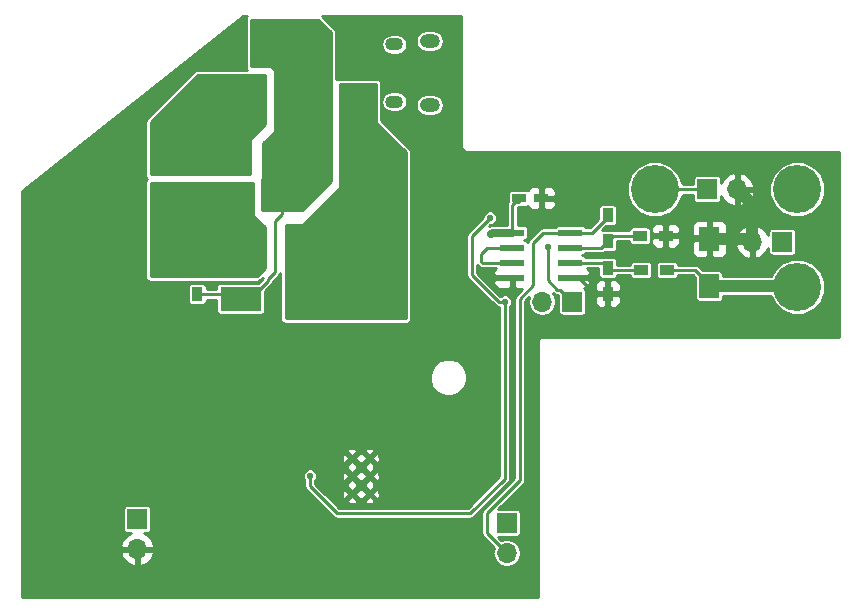
<source format=gbr>
G04 #@! TF.FileFunction,Copper,L2,Bot,Signal*
%FSLAX46Y46*%
G04 Gerber Fmt 4.6, Leading zero omitted, Abs format (unit mm)*
G04 Created by KiCad (PCBNEW 4.0.7) date 02/27/19 21:10:27*
%MOMM*%
%LPD*%
G01*
G04 APERTURE LIST*
%ADD10C,0.100000*%
%ADD11R,3.500000X3.500000*%
%ADD12R,2.000000X1.600000*%
%ADD13R,1.200000X0.750000*%
%ADD14R,3.360000X4.860000*%
%ADD15R,1.390000X1.400000*%
%ADD16O,1.500000X1.100000*%
%ADD17O,1.700000X1.200000*%
%ADD18R,1.700000X1.700000*%
%ADD19O,1.700000X1.700000*%
%ADD20C,4.064000*%
%ADD21R,3.500000X2.000000*%
%ADD22R,7.000000X7.000000*%
%ADD23R,0.900000X1.200000*%
%ADD24R,1.700000X2.000000*%
%ADD25R,1.200000X0.900000*%
%ADD26R,2.000000X0.600000*%
%ADD27C,0.430000*%
%ADD28C,0.558800*%
%ADD29C,0.254000*%
%ADD30C,0.304800*%
%ADD31C,1.016000*%
%ADD32C,0.635000*%
G04 APERTURE END LIST*
D10*
D11*
X68765000Y-57455000D03*
X74765000Y-57455000D03*
X71765000Y-52755000D03*
D12*
X79305000Y-62535000D03*
X75305000Y-62535000D03*
X68320000Y-62535000D03*
X72320000Y-62535000D03*
X68415000Y-65710000D03*
X72415000Y-65710000D03*
D13*
X92482048Y-65842709D03*
X94382048Y-65842709D03*
D14*
X63685000Y-66980000D03*
D15*
X62700000Y-62998000D03*
X64670000Y-62998000D03*
D16*
X81925000Y-57660000D03*
X81925000Y-52820000D03*
D17*
X84925000Y-57970000D03*
X84925000Y-52510000D03*
D18*
X60160000Y-93015000D03*
D19*
X60160000Y-95555000D03*
D18*
X114770000Y-69520000D03*
D19*
X112230000Y-69520000D03*
D18*
X108420000Y-65075000D03*
D19*
X110960000Y-65075000D03*
D18*
X96990000Y-74600000D03*
D19*
X94450000Y-74600000D03*
D20*
X116040000Y-65075000D03*
X116040000Y-73330000D03*
X103975000Y-65075000D03*
D21*
X68920000Y-74360000D03*
X68920000Y-69780000D03*
D22*
X76320000Y-72060000D03*
D23*
X65240000Y-71765000D03*
X65240000Y-73965000D03*
D24*
X108606048Y-73285096D03*
X108606048Y-69285096D03*
D25*
X102807048Y-71920096D03*
X105007048Y-71920096D03*
D23*
X100000249Y-71727709D03*
X100000249Y-73927709D03*
D25*
X102710249Y-69017709D03*
X104910249Y-69017709D03*
D23*
X100000249Y-67282709D03*
X100000249Y-69482709D03*
D26*
X96832048Y-68745096D03*
X96832048Y-70015096D03*
X96832048Y-72555096D03*
X91932048Y-72555096D03*
X91932048Y-71285096D03*
X91932048Y-70015096D03*
X91932048Y-68745096D03*
X96832048Y-71285096D03*
D27*
X78329775Y-89357335D03*
X79829775Y-89357335D03*
X78329775Y-90857335D03*
X79829775Y-90857335D03*
X78329775Y-87857335D03*
X79829775Y-87857335D03*
D18*
X91440000Y-93345000D03*
D19*
X91440000Y-95885000D03*
D28*
X79464000Y-60122000D03*
X77940000Y-60122000D03*
X77940000Y-59106000D03*
X79464000Y-59106000D03*
X79464000Y-57836000D03*
X77940000Y-57836000D03*
X77940000Y-56566000D03*
X79464000Y-56566000D03*
X66256000Y-68758000D03*
X66256000Y-67234000D03*
X66256000Y-66218000D03*
X66256000Y-65202000D03*
X75654000Y-92888000D03*
X52540000Y-94158000D03*
X52540000Y-90856000D03*
X52286000Y-87300000D03*
X51778000Y-82220000D03*
X51778000Y-78410000D03*
X53556000Y-83998000D03*
X53556000Y-80188000D03*
X53556000Y-76632000D03*
X52032000Y-74600000D03*
X52032000Y-73076000D03*
X85306000Y-62662000D03*
X90132000Y-72568000D03*
X89116000Y-76378000D03*
X89116000Y-75362000D03*
X85814000Y-75362000D03*
X89370000Y-90348000D03*
X88100000Y-90348000D03*
X86830000Y-90348000D03*
X85560000Y-90348000D03*
X83782000Y-88316000D03*
X75908000Y-95682000D03*
X87846000Y-94158000D03*
X72860000Y-92380000D03*
X71844000Y-91872000D03*
X69812000Y-92380000D03*
X68542000Y-92380000D03*
X67272000Y-92380000D03*
X66002000Y-92380000D03*
X64224000Y-92380000D03*
X90132000Y-68885000D03*
X94919473Y-69979668D03*
X90005000Y-67488000D03*
X91275000Y-74600000D03*
X74765000Y-89332000D03*
D29*
X68920000Y-74360000D02*
X69670000Y-74360000D01*
X69670000Y-74360000D02*
X71208000Y-72822000D01*
X72415000Y-67171000D02*
X72415000Y-65710000D01*
X71208000Y-72822000D02*
X71208000Y-72696000D01*
X71208000Y-72696000D02*
X71844000Y-72060000D01*
X71844000Y-67742000D02*
X72415000Y-67171000D01*
X71844000Y-72060000D02*
X71844000Y-67742000D01*
X65240000Y-73965000D02*
X68525000Y-73965000D01*
X68525000Y-73965000D02*
X68920000Y-74360000D01*
D30*
X77940000Y-60122000D02*
X79464000Y-60122000D01*
X79464000Y-59106000D02*
X77940000Y-59106000D01*
X77940000Y-57836000D02*
X79464000Y-57836000D01*
X79464000Y-56566000D02*
X77940000Y-56566000D01*
X66256000Y-67234000D02*
X66256000Y-68758000D01*
X66256000Y-65202000D02*
X66256000Y-66218000D01*
D31*
X112230000Y-69520000D02*
X112230000Y-66345000D01*
X112230000Y-66345000D02*
X110960000Y-65075000D01*
X108606048Y-69285096D02*
X111995096Y-69285096D01*
X111995096Y-69285096D02*
X112230000Y-69520000D01*
D29*
X94382048Y-65842709D02*
X95841291Y-65842709D01*
X95841291Y-65842709D02*
X95974000Y-65710000D01*
X99419958Y-75362000D02*
X99276000Y-75362000D01*
X100000249Y-73927709D02*
X100000249Y-74781709D01*
X100000249Y-74781709D02*
X99419958Y-75362000D01*
X90665144Y-72568000D02*
X90132000Y-72568000D01*
X91932048Y-72555096D02*
X90678048Y-72555096D01*
X90678048Y-72555096D02*
X90665144Y-72568000D01*
X104910249Y-69017709D02*
X108338661Y-69017709D01*
X108338661Y-69017709D02*
X108606048Y-69285096D01*
X100000249Y-73927709D02*
X98904661Y-73927709D01*
X98904661Y-73927709D02*
X97532048Y-72555096D01*
X97532048Y-72555096D02*
X96832048Y-72555096D01*
D32*
X91932048Y-68745096D02*
X90271904Y-68745096D01*
X90271904Y-68745096D02*
X90132000Y-68885000D01*
X92360757Y-65964000D02*
X92482048Y-65842709D01*
D29*
X91932048Y-68745096D02*
X91932048Y-66392709D01*
X91932048Y-66392709D02*
X92482048Y-65842709D01*
X108420000Y-65075000D02*
X103975000Y-65075000D01*
X94919473Y-69979668D02*
X94919473Y-72783473D01*
X94919473Y-72783473D02*
X95720000Y-73584000D01*
X95720000Y-73584000D02*
X95974000Y-73584000D01*
X95974000Y-73584000D02*
X96990000Y-74600000D01*
X91275000Y-74600000D02*
X90755714Y-74600000D01*
X90755714Y-74600000D02*
X88481000Y-72325286D01*
X88481000Y-72325286D02*
X88481000Y-69012000D01*
X88481000Y-69012000D02*
X90005000Y-67488000D01*
X91275000Y-89586000D02*
X91275000Y-74600000D01*
X88354000Y-92507000D02*
X91275000Y-89586000D01*
X77051000Y-92507000D02*
X88354000Y-92507000D01*
X74765000Y-90221000D02*
X77051000Y-92507000D01*
X74765000Y-89332000D02*
X74765000Y-90221000D01*
D31*
X108606048Y-73285096D02*
X115995096Y-73285096D01*
X115995096Y-73285096D02*
X116040000Y-73330000D01*
D29*
X105007048Y-71920096D02*
X107391048Y-71920096D01*
X107391048Y-71920096D02*
X108606048Y-73135096D01*
X108606048Y-73135096D02*
X108606048Y-73285096D01*
X102807048Y-71920096D02*
X100192636Y-71920096D01*
X100192636Y-71920096D02*
X100000249Y-71727709D01*
X96832048Y-71285096D02*
X99557636Y-71285096D01*
X99557636Y-71285096D02*
X100000249Y-71727709D01*
X102710249Y-69017709D02*
X100465249Y-69017709D01*
X100465249Y-69017709D02*
X100000249Y-69482709D01*
X96832048Y-70015096D02*
X99467862Y-70015096D01*
X99467862Y-70015096D02*
X100000249Y-69482709D01*
X89243000Y-71171000D02*
X89357096Y-71285096D01*
X89357096Y-71285096D02*
X91932048Y-71285096D01*
X89243000Y-70536000D02*
X89243000Y-71171000D01*
X89763904Y-70015096D02*
X89243000Y-70536000D01*
X91932048Y-70015096D02*
X89763904Y-70015096D01*
X93688000Y-73203000D02*
X93688000Y-69597621D01*
X93688000Y-69597621D02*
X94540525Y-68745096D01*
X94540525Y-68745096D02*
X95578048Y-68745096D01*
X95578048Y-68745096D02*
X96832048Y-68745096D01*
X92545000Y-74346000D02*
X93688000Y-73203000D01*
X92545000Y-89713000D02*
X92545000Y-74346000D01*
X89751000Y-92507000D02*
X92545000Y-89713000D01*
X89751000Y-94196000D02*
X89751000Y-92507000D01*
X91440000Y-95885000D02*
X89751000Y-94196000D01*
X96832048Y-68745096D02*
X98687862Y-68745096D01*
X98687862Y-68745096D02*
X100000249Y-67432709D01*
X100000249Y-67432709D02*
X100000249Y-67282709D01*
G36*
X70955000Y-59561394D02*
X69722197Y-60794197D01*
X69694334Y-60836211D01*
X69685000Y-60884000D01*
X69685000Y-63805000D01*
X61303000Y-63805000D01*
X61303000Y-59412606D01*
X65292606Y-55423000D01*
X70955000Y-55423000D01*
X70955000Y-59561394D01*
X70955000Y-59561394D01*
G37*
X70955000Y-59561394D02*
X69722197Y-60794197D01*
X69694334Y-60836211D01*
X69685000Y-60884000D01*
X69685000Y-63805000D01*
X61303000Y-63805000D01*
X61303000Y-59412606D01*
X65292606Y-55423000D01*
X70955000Y-55423000D01*
X70955000Y-59561394D01*
G36*
X69939000Y-67234000D02*
X69949006Y-67283410D01*
X69976197Y-67323803D01*
X70955000Y-68302606D01*
X70955000Y-71753394D01*
X70267394Y-72441000D01*
X61303000Y-72441000D01*
X61303000Y-64567000D01*
X69939000Y-64567000D01*
X69939000Y-67234000D01*
X69939000Y-67234000D01*
G37*
X69939000Y-67234000D02*
X69949006Y-67283410D01*
X69976197Y-67323803D01*
X70955000Y-68302606D01*
X70955000Y-71753394D01*
X70267394Y-72441000D01*
X61303000Y-72441000D01*
X61303000Y-64567000D01*
X69939000Y-64567000D01*
X69939000Y-67234000D01*
G36*
X80353000Y-59360000D02*
X80363006Y-59409410D01*
X80390197Y-59449803D01*
X82893000Y-61952606D01*
X82893000Y-75997000D01*
X72733000Y-75997000D01*
X72733000Y-68123000D01*
X74130000Y-68123000D01*
X74179410Y-68112994D01*
X74219803Y-68085803D01*
X77267803Y-65037803D01*
X77295666Y-64995789D01*
X77305000Y-64948000D01*
X77305000Y-56185000D01*
X80353000Y-56185000D01*
X80353000Y-59360000D01*
X80353000Y-59360000D01*
G37*
X80353000Y-59360000D02*
X80363006Y-59409410D01*
X80390197Y-59449803D01*
X82893000Y-61952606D01*
X82893000Y-75997000D01*
X72733000Y-75997000D01*
X72733000Y-68123000D01*
X74130000Y-68123000D01*
X74179410Y-68112994D01*
X74219803Y-68085803D01*
X77267803Y-65037803D01*
X77295666Y-64995789D01*
X77305000Y-64948000D01*
X77305000Y-56185000D01*
X80353000Y-56185000D01*
X80353000Y-59360000D01*
G36*
X69380815Y-50468534D02*
X69354800Y-50597000D01*
X69354800Y-54788000D01*
X69377382Y-54908014D01*
X69414566Y-54965800D01*
X65240000Y-54965800D01*
X65115748Y-54990069D01*
X65006513Y-55062513D01*
X60942513Y-59126513D01*
X60871815Y-59231534D01*
X60845800Y-59360000D01*
X60845800Y-63932000D01*
X60868382Y-64052014D01*
X60939310Y-64162239D01*
X60973395Y-64185528D01*
X60945761Y-64203310D01*
X60871815Y-64311534D01*
X60845800Y-64440000D01*
X60845800Y-72568000D01*
X60868382Y-72688014D01*
X60939310Y-72798239D01*
X61047534Y-72872185D01*
X61176000Y-72898200D01*
X70320000Y-72898200D01*
X70444252Y-72873931D01*
X70553487Y-72801487D01*
X70773600Y-72581374D01*
X70766537Y-72616884D01*
X70360090Y-73023331D01*
X67170000Y-73023331D01*
X67047635Y-73046356D01*
X66935251Y-73118673D01*
X66859856Y-73229017D01*
X66833331Y-73360000D01*
X66833331Y-73507800D01*
X66026669Y-73507800D01*
X66026669Y-73365000D01*
X66003644Y-73242635D01*
X65931327Y-73130251D01*
X65820983Y-73054856D01*
X65690000Y-73028331D01*
X64790000Y-73028331D01*
X64667635Y-73051356D01*
X64555251Y-73123673D01*
X64479856Y-73234017D01*
X64453331Y-73365000D01*
X64453331Y-74565000D01*
X64476356Y-74687365D01*
X64548673Y-74799749D01*
X64659017Y-74875144D01*
X64790000Y-74901669D01*
X65690000Y-74901669D01*
X65812365Y-74878644D01*
X65924749Y-74806327D01*
X66000144Y-74695983D01*
X66026669Y-74565000D01*
X66026669Y-74422200D01*
X66833331Y-74422200D01*
X66833331Y-75360000D01*
X66856356Y-75482365D01*
X66928673Y-75594749D01*
X67039017Y-75670144D01*
X67170000Y-75696669D01*
X70670000Y-75696669D01*
X70792365Y-75673644D01*
X70904749Y-75601327D01*
X70980144Y-75490983D01*
X71006669Y-75360000D01*
X71006669Y-73669910D01*
X71531289Y-73145290D01*
X71630398Y-72996963D01*
X71638061Y-72958436D01*
X71649463Y-72901115D01*
X72167289Y-72383289D01*
X72266398Y-72234963D01*
X72275800Y-72187696D01*
X72275800Y-76124000D01*
X72298382Y-76244014D01*
X72369310Y-76354239D01*
X72477534Y-76428185D01*
X72606000Y-76454200D01*
X83020000Y-76454200D01*
X83140014Y-76431618D01*
X83250239Y-76360690D01*
X83324185Y-76252466D01*
X83350200Y-76124000D01*
X83350200Y-61900000D01*
X83325931Y-61775748D01*
X83253487Y-61666513D01*
X80810200Y-59223226D01*
X80810200Y-57660000D01*
X80823638Y-57660000D01*
X80890639Y-57996838D01*
X81081443Y-58282395D01*
X81367000Y-58473199D01*
X81703838Y-58540200D01*
X82146162Y-58540200D01*
X82483000Y-58473199D01*
X82768557Y-58282395D01*
X82959361Y-57996838D01*
X82964699Y-57970000D01*
X83721679Y-57970000D01*
X83792486Y-58325972D01*
X83994128Y-58627751D01*
X84295907Y-58829393D01*
X84651879Y-58900200D01*
X85198121Y-58900200D01*
X85554093Y-58829393D01*
X85855872Y-58627751D01*
X86057514Y-58325972D01*
X86128321Y-57970000D01*
X86057514Y-57614028D01*
X85855872Y-57312249D01*
X85554093Y-57110607D01*
X85198121Y-57039800D01*
X84651879Y-57039800D01*
X84295907Y-57110607D01*
X83994128Y-57312249D01*
X83792486Y-57614028D01*
X83721679Y-57970000D01*
X82964699Y-57970000D01*
X83026362Y-57660000D01*
X82959361Y-57323162D01*
X82768557Y-57037605D01*
X82483000Y-56846801D01*
X82146162Y-56779800D01*
X81703838Y-56779800D01*
X81367000Y-56846801D01*
X81081443Y-57037605D01*
X80890639Y-57323162D01*
X80823638Y-57660000D01*
X80810200Y-57660000D01*
X80810200Y-56058000D01*
X80787618Y-55937986D01*
X80716690Y-55827761D01*
X80608466Y-55753815D01*
X80480000Y-55727800D01*
X77178000Y-55727800D01*
X77057986Y-55750382D01*
X77000200Y-55787566D01*
X77000200Y-52820000D01*
X80823638Y-52820000D01*
X80890639Y-53156838D01*
X81081443Y-53442395D01*
X81367000Y-53633199D01*
X81703838Y-53700200D01*
X82146162Y-53700200D01*
X82483000Y-53633199D01*
X82768557Y-53442395D01*
X82959361Y-53156838D01*
X83026362Y-52820000D01*
X82964700Y-52510000D01*
X83721679Y-52510000D01*
X83792486Y-52865972D01*
X83994128Y-53167751D01*
X84295907Y-53369393D01*
X84651879Y-53440200D01*
X85198121Y-53440200D01*
X85554093Y-53369393D01*
X85855872Y-53167751D01*
X86057514Y-52865972D01*
X86128321Y-52510000D01*
X86057514Y-52154028D01*
X85855872Y-51852249D01*
X85554093Y-51650607D01*
X85198121Y-51579800D01*
X84651879Y-51579800D01*
X84295907Y-51650607D01*
X83994128Y-51852249D01*
X83792486Y-52154028D01*
X83721679Y-52510000D01*
X82964700Y-52510000D01*
X82959361Y-52483162D01*
X82768557Y-52197605D01*
X82483000Y-52006801D01*
X82146162Y-51939800D01*
X81703838Y-51939800D01*
X81367000Y-52006801D01*
X81081443Y-52197605D01*
X80890639Y-52483162D01*
X80823638Y-52820000D01*
X77000200Y-52820000D01*
X77000200Y-51740000D01*
X76975931Y-51615748D01*
X76903487Y-51506513D01*
X75802174Y-50405200D01*
X87594800Y-50405200D01*
X87594800Y-61500000D01*
X87625644Y-61655063D01*
X87713480Y-61786520D01*
X87844937Y-61874356D01*
X88000000Y-61905200D01*
X119594800Y-61905200D01*
X119594800Y-77594800D01*
X94500000Y-77594800D01*
X94344937Y-77625644D01*
X94213480Y-77713480D01*
X94125644Y-77844937D01*
X94094800Y-78000000D01*
X94094800Y-99594800D01*
X50405200Y-99594800D01*
X50405200Y-95911890D01*
X58718524Y-95911890D01*
X58888355Y-96321924D01*
X59278642Y-96750183D01*
X59803108Y-96996486D01*
X60033000Y-96875819D01*
X60033000Y-95682000D01*
X60287000Y-95682000D01*
X60287000Y-96875819D01*
X60516892Y-96996486D01*
X61041358Y-96750183D01*
X61431645Y-96321924D01*
X61601476Y-95911890D01*
X61480155Y-95682000D01*
X60287000Y-95682000D01*
X60033000Y-95682000D01*
X58839845Y-95682000D01*
X58718524Y-95911890D01*
X50405200Y-95911890D01*
X50405200Y-95198110D01*
X58718524Y-95198110D01*
X58839845Y-95428000D01*
X60033000Y-95428000D01*
X60033000Y-95408000D01*
X60287000Y-95408000D01*
X60287000Y-95428000D01*
X61480155Y-95428000D01*
X61601476Y-95198110D01*
X61431645Y-94788076D01*
X61041358Y-94359817D01*
X60704605Y-94201669D01*
X61010000Y-94201669D01*
X61132365Y-94178644D01*
X61244749Y-94106327D01*
X61320144Y-93995983D01*
X61346669Y-93865000D01*
X61346669Y-92165000D01*
X61323644Y-92042635D01*
X61251327Y-91930251D01*
X61140983Y-91854856D01*
X61010000Y-91828331D01*
X59310000Y-91828331D01*
X59187635Y-91851356D01*
X59075251Y-91923673D01*
X58999856Y-92034017D01*
X58973331Y-92165000D01*
X58973331Y-93865000D01*
X58996356Y-93987365D01*
X59068673Y-94099749D01*
X59179017Y-94175144D01*
X59310000Y-94201669D01*
X59615395Y-94201669D01*
X59278642Y-94359817D01*
X58888355Y-94788076D01*
X58718524Y-95198110D01*
X50405200Y-95198110D01*
X50405200Y-89452725D01*
X74155294Y-89452725D01*
X74247905Y-89676860D01*
X74307800Y-89736860D01*
X74307800Y-90221000D01*
X74342602Y-90395963D01*
X74441711Y-90544289D01*
X76727711Y-92830289D01*
X76876037Y-92929398D01*
X77051000Y-92964200D01*
X88354000Y-92964200D01*
X88528963Y-92929398D01*
X88677289Y-92830289D01*
X91598289Y-89909289D01*
X91697398Y-89760963D01*
X91732200Y-89586000D01*
X91732200Y-75004951D01*
X91791493Y-74945762D01*
X91884494Y-74721789D01*
X91884706Y-74479275D01*
X91792095Y-74255140D01*
X91620762Y-74083507D01*
X91396789Y-73990506D01*
X91154275Y-73990294D01*
X90930140Y-74082905D01*
X90907649Y-74105357D01*
X89643138Y-72840846D01*
X90297048Y-72840846D01*
X90297048Y-72981405D01*
X90393721Y-73214794D01*
X90572349Y-73393423D01*
X90805738Y-73490096D01*
X91646298Y-73490096D01*
X91805048Y-73331346D01*
X91805048Y-72682096D01*
X90455798Y-72682096D01*
X90297048Y-72840846D01*
X89643138Y-72840846D01*
X88938200Y-72135908D01*
X88938200Y-71512778D01*
X89033807Y-71608385D01*
X89182133Y-71707494D01*
X89357096Y-71742296D01*
X90546822Y-71742296D01*
X90393721Y-71895398D01*
X90297048Y-72128787D01*
X90297048Y-72269346D01*
X90455798Y-72428096D01*
X91805048Y-72428096D01*
X91805048Y-72408096D01*
X92059048Y-72408096D01*
X92059048Y-72428096D01*
X92079048Y-72428096D01*
X92079048Y-72682096D01*
X92059048Y-72682096D01*
X92059048Y-73331346D01*
X92217798Y-73490096D01*
X92754326Y-73490096D01*
X92221711Y-74022711D01*
X92122602Y-74171037D01*
X92087800Y-74346000D01*
X92087800Y-89523622D01*
X89427711Y-92183711D01*
X89328602Y-92332037D01*
X89293800Y-92507000D01*
X89293800Y-94196000D01*
X89328602Y-94370963D01*
X89427711Y-94519289D01*
X90332630Y-95424208D01*
X90326516Y-95433357D01*
X90236679Y-95885000D01*
X90326516Y-96336643D01*
X90582352Y-96719527D01*
X90965236Y-96975363D01*
X91416879Y-97065200D01*
X91463121Y-97065200D01*
X91914764Y-96975363D01*
X92297648Y-96719527D01*
X92553484Y-96336643D01*
X92643321Y-95885000D01*
X92553484Y-95433357D01*
X92297648Y-95050473D01*
X91914764Y-94794637D01*
X91463121Y-94704800D01*
X91416879Y-94704800D01*
X90991075Y-94789497D01*
X90733247Y-94531669D01*
X92290000Y-94531669D01*
X92412365Y-94508644D01*
X92524749Y-94436327D01*
X92600144Y-94325983D01*
X92626669Y-94195000D01*
X92626669Y-92495000D01*
X92603644Y-92372635D01*
X92531327Y-92260251D01*
X92420983Y-92184856D01*
X92290000Y-92158331D01*
X90746247Y-92158331D01*
X92868289Y-90036289D01*
X92967398Y-89887963D01*
X93002200Y-89713000D01*
X93002200Y-74535378D01*
X93346550Y-74191028D01*
X93269800Y-74576879D01*
X93269800Y-74623121D01*
X93359637Y-75074764D01*
X93615473Y-75457648D01*
X93998357Y-75713484D01*
X94450000Y-75803321D01*
X94901643Y-75713484D01*
X95284527Y-75457648D01*
X95540363Y-75074764D01*
X95630200Y-74623121D01*
X95630200Y-74576879D01*
X95540363Y-74125236D01*
X95390755Y-73901333D01*
X95396711Y-73907289D01*
X95545037Y-74006398D01*
X95720000Y-74041200D01*
X95784622Y-74041200D01*
X95803331Y-74059909D01*
X95803331Y-75450000D01*
X95826356Y-75572365D01*
X95898673Y-75684749D01*
X96009017Y-75760144D01*
X96140000Y-75786669D01*
X97840000Y-75786669D01*
X97962365Y-75763644D01*
X98074749Y-75691327D01*
X98150144Y-75580983D01*
X98176669Y-75450000D01*
X98176669Y-74213459D01*
X98915249Y-74213459D01*
X98915249Y-74654018D01*
X99011922Y-74887407D01*
X99190550Y-75066036D01*
X99423939Y-75162709D01*
X99714499Y-75162709D01*
X99873249Y-75003959D01*
X99873249Y-74054709D01*
X100127249Y-74054709D01*
X100127249Y-75003959D01*
X100285999Y-75162709D01*
X100576559Y-75162709D01*
X100809948Y-75066036D01*
X100988576Y-74887407D01*
X101085249Y-74654018D01*
X101085249Y-74213459D01*
X100926499Y-74054709D01*
X100127249Y-74054709D01*
X99873249Y-74054709D01*
X99073999Y-74054709D01*
X98915249Y-74213459D01*
X98176669Y-74213459D01*
X98176669Y-73750000D01*
X98153644Y-73627635D01*
X98081327Y-73515251D01*
X98011995Y-73467879D01*
X98191747Y-73393423D01*
X98370375Y-73214794D01*
X98375922Y-73201400D01*
X98915249Y-73201400D01*
X98915249Y-73641959D01*
X99073999Y-73800709D01*
X99873249Y-73800709D01*
X99873249Y-72851459D01*
X100127249Y-72851459D01*
X100127249Y-73800709D01*
X100926499Y-73800709D01*
X101085249Y-73641959D01*
X101085249Y-73201400D01*
X100988576Y-72968011D01*
X100809948Y-72789382D01*
X100576559Y-72692709D01*
X100285999Y-72692709D01*
X100127249Y-72851459D01*
X99873249Y-72851459D01*
X99714499Y-72692709D01*
X99423939Y-72692709D01*
X99190550Y-72789382D01*
X99011922Y-72968011D01*
X98915249Y-73201400D01*
X98375922Y-73201400D01*
X98467048Y-72981405D01*
X98467048Y-72840846D01*
X98308298Y-72682096D01*
X96959048Y-72682096D01*
X96959048Y-72702096D01*
X96705048Y-72702096D01*
X96705048Y-72682096D01*
X96685048Y-72682096D01*
X96685048Y-72428096D01*
X96705048Y-72428096D01*
X96705048Y-72408096D01*
X96959048Y-72408096D01*
X96959048Y-72428096D01*
X98308298Y-72428096D01*
X98467048Y-72269346D01*
X98467048Y-72128787D01*
X98370375Y-71895398D01*
X98217274Y-71742296D01*
X99213580Y-71742296D01*
X99213580Y-72327709D01*
X99236605Y-72450074D01*
X99308922Y-72562458D01*
X99419266Y-72637853D01*
X99550249Y-72664378D01*
X100450249Y-72664378D01*
X100572614Y-72641353D01*
X100684998Y-72569036D01*
X100760393Y-72458692D01*
X100776876Y-72377296D01*
X101871734Y-72377296D01*
X101893404Y-72492461D01*
X101965721Y-72604845D01*
X102076065Y-72680240D01*
X102207048Y-72706765D01*
X103407048Y-72706765D01*
X103529413Y-72683740D01*
X103641797Y-72611423D01*
X103717192Y-72501079D01*
X103743717Y-72370096D01*
X103743717Y-71470096D01*
X104070379Y-71470096D01*
X104070379Y-72370096D01*
X104093404Y-72492461D01*
X104165721Y-72604845D01*
X104276065Y-72680240D01*
X104407048Y-72706765D01*
X105607048Y-72706765D01*
X105729413Y-72683740D01*
X105841797Y-72611423D01*
X105917192Y-72501079D01*
X105942259Y-72377296D01*
X107201670Y-72377296D01*
X107419379Y-72595005D01*
X107419379Y-74285096D01*
X107442404Y-74407461D01*
X107514721Y-74519845D01*
X107625065Y-74595240D01*
X107756048Y-74621765D01*
X109456048Y-74621765D01*
X109578413Y-74598740D01*
X109690797Y-74526423D01*
X109766192Y-74416079D01*
X109792717Y-74285096D01*
X109792717Y-74123296D01*
X113811879Y-74123296D01*
X114036257Y-74666331D01*
X114700174Y-75331408D01*
X115568068Y-75691789D01*
X116507809Y-75692609D01*
X117376331Y-75333743D01*
X118041408Y-74669826D01*
X118401789Y-73801932D01*
X118402609Y-72862191D01*
X118043743Y-71993669D01*
X117379826Y-71328592D01*
X116511932Y-70968211D01*
X115572191Y-70967391D01*
X114703669Y-71326257D01*
X114038592Y-71990174D01*
X113848944Y-72446896D01*
X109792717Y-72446896D01*
X109792717Y-72285096D01*
X109769692Y-72162731D01*
X109697375Y-72050347D01*
X109587031Y-71974952D01*
X109456048Y-71948427D01*
X108065957Y-71948427D01*
X107714337Y-71596807D01*
X107566011Y-71497698D01*
X107391048Y-71462896D01*
X105942362Y-71462896D01*
X105920692Y-71347731D01*
X105848375Y-71235347D01*
X105738031Y-71159952D01*
X105607048Y-71133427D01*
X104407048Y-71133427D01*
X104284683Y-71156452D01*
X104172299Y-71228769D01*
X104096904Y-71339113D01*
X104070379Y-71470096D01*
X103743717Y-71470096D01*
X103720692Y-71347731D01*
X103648375Y-71235347D01*
X103538031Y-71159952D01*
X103407048Y-71133427D01*
X102207048Y-71133427D01*
X102084683Y-71156452D01*
X101972299Y-71228769D01*
X101896904Y-71339113D01*
X101871837Y-71462896D01*
X100786918Y-71462896D01*
X100786918Y-71127709D01*
X100763893Y-71005344D01*
X100691576Y-70892960D01*
X100581232Y-70817565D01*
X100450249Y-70791040D01*
X99550249Y-70791040D01*
X99427884Y-70814065D01*
X99406390Y-70827896D01*
X98123276Y-70827896D01*
X98073375Y-70750347D01*
X97963031Y-70674952D01*
X97840592Y-70650157D01*
X97954413Y-70628740D01*
X98066797Y-70556423D01*
X98124279Y-70472296D01*
X99467862Y-70472296D01*
X99642825Y-70437494D01*
X99669937Y-70419378D01*
X100450249Y-70419378D01*
X100572614Y-70396353D01*
X100684998Y-70324036D01*
X100760393Y-70213692D01*
X100786918Y-70082709D01*
X100786918Y-69474909D01*
X101774935Y-69474909D01*
X101796605Y-69590074D01*
X101868922Y-69702458D01*
X101979266Y-69777853D01*
X102110249Y-69804378D01*
X103310249Y-69804378D01*
X103432614Y-69781353D01*
X103544998Y-69709036D01*
X103620393Y-69598692D01*
X103646918Y-69467709D01*
X103646918Y-69303459D01*
X103675249Y-69303459D01*
X103675249Y-69594019D01*
X103771922Y-69827408D01*
X103950551Y-70006036D01*
X104183940Y-70102709D01*
X104624499Y-70102709D01*
X104783249Y-69943959D01*
X104783249Y-69144709D01*
X105037249Y-69144709D01*
X105037249Y-69943959D01*
X105195999Y-70102709D01*
X105636558Y-70102709D01*
X105869947Y-70006036D01*
X106048576Y-69827408D01*
X106145249Y-69594019D01*
X106145249Y-69570846D01*
X107121048Y-69570846D01*
X107121048Y-70411405D01*
X107217721Y-70644794D01*
X107396349Y-70823423D01*
X107629738Y-70920096D01*
X108320298Y-70920096D01*
X108479048Y-70761346D01*
X108479048Y-69412096D01*
X108733048Y-69412096D01*
X108733048Y-70761346D01*
X108891798Y-70920096D01*
X109582358Y-70920096D01*
X109815747Y-70823423D01*
X109994375Y-70644794D01*
X110091048Y-70411405D01*
X110091048Y-69876892D01*
X110788514Y-69876892D01*
X111034817Y-70401358D01*
X111463076Y-70791645D01*
X111873110Y-70961476D01*
X112103000Y-70840155D01*
X112103000Y-69647000D01*
X110909181Y-69647000D01*
X110788514Y-69876892D01*
X110091048Y-69876892D01*
X110091048Y-69570846D01*
X109932298Y-69412096D01*
X108733048Y-69412096D01*
X108479048Y-69412096D01*
X107279798Y-69412096D01*
X107121048Y-69570846D01*
X106145249Y-69570846D01*
X106145249Y-69303459D01*
X106004898Y-69163108D01*
X110788514Y-69163108D01*
X110909181Y-69393000D01*
X112103000Y-69393000D01*
X112103000Y-68199845D01*
X112357000Y-68199845D01*
X112357000Y-69393000D01*
X112377000Y-69393000D01*
X112377000Y-69647000D01*
X112357000Y-69647000D01*
X112357000Y-70840155D01*
X112586890Y-70961476D01*
X112996924Y-70791645D01*
X113425183Y-70401358D01*
X113583331Y-70064605D01*
X113583331Y-70370000D01*
X113606356Y-70492365D01*
X113678673Y-70604749D01*
X113789017Y-70680144D01*
X113920000Y-70706669D01*
X115620000Y-70706669D01*
X115742365Y-70683644D01*
X115854749Y-70611327D01*
X115930144Y-70500983D01*
X115956669Y-70370000D01*
X115956669Y-68670000D01*
X115933644Y-68547635D01*
X115861327Y-68435251D01*
X115750983Y-68359856D01*
X115620000Y-68333331D01*
X113920000Y-68333331D01*
X113797635Y-68356356D01*
X113685251Y-68428673D01*
X113609856Y-68539017D01*
X113583331Y-68670000D01*
X113583331Y-68975395D01*
X113425183Y-68638642D01*
X112996924Y-68248355D01*
X112586890Y-68078524D01*
X112357000Y-68199845D01*
X112103000Y-68199845D01*
X111873110Y-68078524D01*
X111463076Y-68248355D01*
X111034817Y-68638642D01*
X110788514Y-69163108D01*
X106004898Y-69163108D01*
X105986499Y-69144709D01*
X105037249Y-69144709D01*
X104783249Y-69144709D01*
X103833999Y-69144709D01*
X103675249Y-69303459D01*
X103646918Y-69303459D01*
X103646918Y-68567709D01*
X103623893Y-68445344D01*
X103621355Y-68441399D01*
X103675249Y-68441399D01*
X103675249Y-68731959D01*
X103833999Y-68890709D01*
X104783249Y-68890709D01*
X104783249Y-68091459D01*
X105037249Y-68091459D01*
X105037249Y-68890709D01*
X105986499Y-68890709D01*
X106145249Y-68731959D01*
X106145249Y-68441399D01*
X106048576Y-68208010D01*
X105999353Y-68158787D01*
X107121048Y-68158787D01*
X107121048Y-68999346D01*
X107279798Y-69158096D01*
X108479048Y-69158096D01*
X108479048Y-67808846D01*
X108733048Y-67808846D01*
X108733048Y-69158096D01*
X109932298Y-69158096D01*
X110091048Y-68999346D01*
X110091048Y-68158787D01*
X109994375Y-67925398D01*
X109815747Y-67746769D01*
X109582358Y-67650096D01*
X108891798Y-67650096D01*
X108733048Y-67808846D01*
X108479048Y-67808846D01*
X108320298Y-67650096D01*
X107629738Y-67650096D01*
X107396349Y-67746769D01*
X107217721Y-67925398D01*
X107121048Y-68158787D01*
X105999353Y-68158787D01*
X105869947Y-68029382D01*
X105636558Y-67932709D01*
X105195999Y-67932709D01*
X105037249Y-68091459D01*
X104783249Y-68091459D01*
X104624499Y-67932709D01*
X104183940Y-67932709D01*
X103950551Y-68029382D01*
X103771922Y-68208010D01*
X103675249Y-68441399D01*
X103621355Y-68441399D01*
X103551576Y-68332960D01*
X103441232Y-68257565D01*
X103310249Y-68231040D01*
X102110249Y-68231040D01*
X101987884Y-68254065D01*
X101875500Y-68326382D01*
X101800105Y-68436726D01*
X101775038Y-68560509D01*
X100521698Y-68560509D01*
X100450249Y-68546040D01*
X99550249Y-68546040D01*
X99529613Y-68549923D01*
X99860159Y-68219378D01*
X100450249Y-68219378D01*
X100572614Y-68196353D01*
X100684998Y-68124036D01*
X100760393Y-68013692D01*
X100786918Y-67882709D01*
X100786918Y-66682709D01*
X100763893Y-66560344D01*
X100691576Y-66447960D01*
X100581232Y-66372565D01*
X100450249Y-66346040D01*
X99550249Y-66346040D01*
X99427884Y-66369065D01*
X99315500Y-66441382D01*
X99240105Y-66551726D01*
X99213580Y-66682709D01*
X99213580Y-67572799D01*
X98498484Y-68287896D01*
X98123276Y-68287896D01*
X98073375Y-68210347D01*
X97963031Y-68134952D01*
X97832048Y-68108427D01*
X95832048Y-68108427D01*
X95709683Y-68131452D01*
X95597299Y-68203769D01*
X95539817Y-68287896D01*
X94540525Y-68287896D01*
X94365562Y-68322698D01*
X94217235Y-68421807D01*
X93364711Y-69274332D01*
X93265602Y-69422658D01*
X93235059Y-69576207D01*
X93173375Y-69480347D01*
X93063031Y-69404952D01*
X92940592Y-69380157D01*
X93054413Y-69358740D01*
X93166797Y-69286423D01*
X93242192Y-69176079D01*
X93268717Y-69045096D01*
X93268717Y-68445096D01*
X93245692Y-68322731D01*
X93173375Y-68210347D01*
X93063031Y-68134952D01*
X92932048Y-68108427D01*
X92389248Y-68108427D01*
X92389248Y-66606033D01*
X92608621Y-66562397D01*
X92620622Y-66554378D01*
X93082048Y-66554378D01*
X93204413Y-66531353D01*
X93220387Y-66521074D01*
X93243721Y-66577408D01*
X93422350Y-66756036D01*
X93655739Y-66852709D01*
X94096298Y-66852709D01*
X94255048Y-66693959D01*
X94255048Y-65969709D01*
X94509048Y-65969709D01*
X94509048Y-66693959D01*
X94667798Y-66852709D01*
X95108357Y-66852709D01*
X95341746Y-66756036D01*
X95520375Y-66577408D01*
X95617048Y-66344019D01*
X95617048Y-66128459D01*
X95458298Y-65969709D01*
X94509048Y-65969709D01*
X94255048Y-65969709D01*
X94235048Y-65969709D01*
X94235048Y-65715709D01*
X94255048Y-65715709D01*
X94255048Y-64991459D01*
X94509048Y-64991459D01*
X94509048Y-65715709D01*
X95458298Y-65715709D01*
X95617048Y-65556959D01*
X95617048Y-65542809D01*
X101612391Y-65542809D01*
X101971257Y-66411331D01*
X102635174Y-67076408D01*
X103503068Y-67436789D01*
X104442809Y-67437609D01*
X105311331Y-67078743D01*
X105976408Y-66414826D01*
X106336789Y-65546932D01*
X106336802Y-65532200D01*
X107233331Y-65532200D01*
X107233331Y-65925000D01*
X107256356Y-66047365D01*
X107328673Y-66159749D01*
X107439017Y-66235144D01*
X107570000Y-66261669D01*
X109270000Y-66261669D01*
X109392365Y-66238644D01*
X109504749Y-66166327D01*
X109580144Y-66055983D01*
X109606669Y-65925000D01*
X109606669Y-65619605D01*
X109764817Y-65956358D01*
X110193076Y-66346645D01*
X110603110Y-66516476D01*
X110833000Y-66395155D01*
X110833000Y-65202000D01*
X111087000Y-65202000D01*
X111087000Y-66395155D01*
X111316890Y-66516476D01*
X111726924Y-66346645D01*
X112155183Y-65956358D01*
X112349396Y-65542809D01*
X113677391Y-65542809D01*
X114036257Y-66411331D01*
X114700174Y-67076408D01*
X115568068Y-67436789D01*
X116507809Y-67437609D01*
X117376331Y-67078743D01*
X118041408Y-66414826D01*
X118401789Y-65546932D01*
X118402609Y-64607191D01*
X118043743Y-63738669D01*
X117379826Y-63073592D01*
X116511932Y-62713211D01*
X115572191Y-62712391D01*
X114703669Y-63071257D01*
X114038592Y-63735174D01*
X113678211Y-64603068D01*
X113677391Y-65542809D01*
X112349396Y-65542809D01*
X112401486Y-65431892D01*
X112280819Y-65202000D01*
X111087000Y-65202000D01*
X110833000Y-65202000D01*
X110813000Y-65202000D01*
X110813000Y-64948000D01*
X110833000Y-64948000D01*
X110833000Y-63754845D01*
X111087000Y-63754845D01*
X111087000Y-64948000D01*
X112280819Y-64948000D01*
X112401486Y-64718108D01*
X112155183Y-64193642D01*
X111726924Y-63803355D01*
X111316890Y-63633524D01*
X111087000Y-63754845D01*
X110833000Y-63754845D01*
X110603110Y-63633524D01*
X110193076Y-63803355D01*
X109764817Y-64193642D01*
X109606669Y-64530395D01*
X109606669Y-64225000D01*
X109583644Y-64102635D01*
X109511327Y-63990251D01*
X109400983Y-63914856D01*
X109270000Y-63888331D01*
X107570000Y-63888331D01*
X107447635Y-63911356D01*
X107335251Y-63983673D01*
X107259856Y-64094017D01*
X107233331Y-64225000D01*
X107233331Y-64617800D01*
X106337600Y-64617800D01*
X106337609Y-64607191D01*
X105978743Y-63738669D01*
X105314826Y-63073592D01*
X104446932Y-62713211D01*
X103507191Y-62712391D01*
X102638669Y-63071257D01*
X101973592Y-63735174D01*
X101613211Y-64603068D01*
X101612391Y-65542809D01*
X95617048Y-65542809D01*
X95617048Y-65341399D01*
X95520375Y-65108010D01*
X95341746Y-64929382D01*
X95108357Y-64832709D01*
X94667798Y-64832709D01*
X94509048Y-64991459D01*
X94255048Y-64991459D01*
X94096298Y-64832709D01*
X93655739Y-64832709D01*
X93422350Y-64929382D01*
X93243721Y-65108010D01*
X93220953Y-65162978D01*
X93213031Y-65157565D01*
X93082048Y-65131040D01*
X91882048Y-65131040D01*
X91759683Y-65154065D01*
X91647299Y-65226382D01*
X91571904Y-65336726D01*
X91545379Y-65467709D01*
X91545379Y-66164274D01*
X91509650Y-66217746D01*
X91474848Y-66392709D01*
X91474848Y-68097396D01*
X90271904Y-68097396D01*
X90024040Y-68146699D01*
X89930133Y-68209446D01*
X90041946Y-68097633D01*
X90125725Y-68097706D01*
X90349860Y-68005095D01*
X90521493Y-67833762D01*
X90614494Y-67609789D01*
X90614706Y-67367275D01*
X90522095Y-67143140D01*
X90350762Y-66971507D01*
X90126789Y-66878506D01*
X89884275Y-66878294D01*
X89660140Y-66970905D01*
X89488507Y-67142238D01*
X89395506Y-67366211D01*
X89395432Y-67450989D01*
X88157711Y-68688711D01*
X88058602Y-68837037D01*
X88023800Y-69012000D01*
X88023800Y-72325286D01*
X88058602Y-72500249D01*
X88157711Y-72648575D01*
X90432425Y-74923289D01*
X90580751Y-75022398D01*
X90755714Y-75057200D01*
X90817800Y-75057200D01*
X90817800Y-89396622D01*
X88164622Y-92049800D01*
X77240378Y-92049800D01*
X76618684Y-91428106D01*
X77911032Y-91428106D01*
X77911273Y-91616244D01*
X78233552Y-91718629D01*
X78570479Y-91689890D01*
X78748277Y-91616244D01*
X78748518Y-91428106D01*
X79411032Y-91428106D01*
X79411273Y-91616244D01*
X79733552Y-91718629D01*
X80070479Y-91689890D01*
X80248277Y-91616244D01*
X80248518Y-91428106D01*
X79829775Y-91009363D01*
X79411032Y-91428106D01*
X78748518Y-91428106D01*
X78329775Y-91009363D01*
X77911032Y-91428106D01*
X76618684Y-91428106D01*
X75951690Y-90761112D01*
X77468481Y-90761112D01*
X77497220Y-91098039D01*
X77570866Y-91275837D01*
X77759004Y-91276078D01*
X78177747Y-90857335D01*
X78481803Y-90857335D01*
X78900546Y-91276078D01*
X79079775Y-91275848D01*
X79259004Y-91276078D01*
X79677747Y-90857335D01*
X79981803Y-90857335D01*
X80400546Y-91276078D01*
X80588684Y-91275837D01*
X80691069Y-90953558D01*
X80662330Y-90616631D01*
X80588684Y-90438833D01*
X80400546Y-90438592D01*
X79981803Y-90857335D01*
X79677747Y-90857335D01*
X79259004Y-90438592D01*
X79079775Y-90438822D01*
X78900546Y-90438592D01*
X78481803Y-90857335D01*
X78177747Y-90857335D01*
X77759004Y-90438592D01*
X77570866Y-90438833D01*
X77468481Y-90761112D01*
X75951690Y-90761112D01*
X75222200Y-90031622D01*
X75222200Y-89928106D01*
X77911032Y-89928106D01*
X77911262Y-90107335D01*
X77911032Y-90286564D01*
X78329775Y-90705307D01*
X78748518Y-90286564D01*
X78748288Y-90107335D01*
X78748518Y-89928106D01*
X79411032Y-89928106D01*
X79411262Y-90107335D01*
X79411032Y-90286564D01*
X79829775Y-90705307D01*
X80248518Y-90286564D01*
X80248288Y-90107335D01*
X80248518Y-89928106D01*
X79829775Y-89509363D01*
X79411032Y-89928106D01*
X78748518Y-89928106D01*
X78329775Y-89509363D01*
X77911032Y-89928106D01*
X75222200Y-89928106D01*
X75222200Y-89736951D01*
X75281493Y-89677762D01*
X75374494Y-89453789D01*
X75374662Y-89261112D01*
X77468481Y-89261112D01*
X77497220Y-89598039D01*
X77570866Y-89775837D01*
X77759004Y-89776078D01*
X78177747Y-89357335D01*
X78481803Y-89357335D01*
X78900546Y-89776078D01*
X79079775Y-89775848D01*
X79259004Y-89776078D01*
X79677747Y-89357335D01*
X79981803Y-89357335D01*
X80400546Y-89776078D01*
X80588684Y-89775837D01*
X80691069Y-89453558D01*
X80662330Y-89116631D01*
X80588684Y-88938833D01*
X80400546Y-88938592D01*
X79981803Y-89357335D01*
X79677747Y-89357335D01*
X79259004Y-88938592D01*
X79079775Y-88938822D01*
X78900546Y-88938592D01*
X78481803Y-89357335D01*
X78177747Y-89357335D01*
X77759004Y-88938592D01*
X77570866Y-88938833D01*
X77468481Y-89261112D01*
X75374662Y-89261112D01*
X75374706Y-89211275D01*
X75282095Y-88987140D01*
X75110762Y-88815507D01*
X74886789Y-88722506D01*
X74644275Y-88722294D01*
X74420140Y-88814905D01*
X74248507Y-88986238D01*
X74155506Y-89210211D01*
X74155294Y-89452725D01*
X50405200Y-89452725D01*
X50405200Y-88428106D01*
X77911032Y-88428106D01*
X77911262Y-88607335D01*
X77911032Y-88786564D01*
X78329775Y-89205307D01*
X78748518Y-88786564D01*
X78748288Y-88607335D01*
X78748518Y-88428106D01*
X79411032Y-88428106D01*
X79411262Y-88607335D01*
X79411032Y-88786564D01*
X79829775Y-89205307D01*
X80248518Y-88786564D01*
X80248288Y-88607335D01*
X80248518Y-88428106D01*
X79829775Y-88009363D01*
X79411032Y-88428106D01*
X78748518Y-88428106D01*
X78329775Y-88009363D01*
X77911032Y-88428106D01*
X50405200Y-88428106D01*
X50405200Y-87761112D01*
X77468481Y-87761112D01*
X77497220Y-88098039D01*
X77570866Y-88275837D01*
X77759004Y-88276078D01*
X78177747Y-87857335D01*
X78481803Y-87857335D01*
X78900546Y-88276078D01*
X79079775Y-88275848D01*
X79259004Y-88276078D01*
X79677747Y-87857335D01*
X79981803Y-87857335D01*
X80400546Y-88276078D01*
X80588684Y-88275837D01*
X80691069Y-87953558D01*
X80662330Y-87616631D01*
X80588684Y-87438833D01*
X80400546Y-87438592D01*
X79981803Y-87857335D01*
X79677747Y-87857335D01*
X79259004Y-87438592D01*
X79079775Y-87438822D01*
X78900546Y-87438592D01*
X78481803Y-87857335D01*
X78177747Y-87857335D01*
X77759004Y-87438592D01*
X77570866Y-87438833D01*
X77468481Y-87761112D01*
X50405200Y-87761112D01*
X50405200Y-87286564D01*
X77911032Y-87286564D01*
X78329775Y-87705307D01*
X78748518Y-87286564D01*
X79411032Y-87286564D01*
X79829775Y-87705307D01*
X80248518Y-87286564D01*
X80248277Y-87098426D01*
X79925998Y-86996041D01*
X79589071Y-87024780D01*
X79411273Y-87098426D01*
X79411032Y-87286564D01*
X78748518Y-87286564D01*
X78748277Y-87098426D01*
X78425998Y-86996041D01*
X78089071Y-87024780D01*
X77911273Y-87098426D01*
X77911032Y-87286564D01*
X50405200Y-87286564D01*
X50405200Y-81312942D01*
X84919526Y-81312942D01*
X85159590Y-81893942D01*
X85603720Y-82338847D01*
X86184300Y-82579925D01*
X86812942Y-82580474D01*
X87393942Y-82340410D01*
X87838847Y-81896280D01*
X88079925Y-81315700D01*
X88080474Y-80687058D01*
X87840410Y-80106058D01*
X87396280Y-79661153D01*
X86815700Y-79420075D01*
X86187058Y-79419526D01*
X85606058Y-79659590D01*
X85161153Y-80103720D01*
X84920075Y-80684300D01*
X84919526Y-81312942D01*
X50405200Y-81312942D01*
X50405200Y-65196360D01*
X69140670Y-50405200D01*
X69424089Y-50405200D01*
X69380815Y-50468534D01*
X69380815Y-50468534D01*
G37*
X69380815Y-50468534D02*
X69354800Y-50597000D01*
X69354800Y-54788000D01*
X69377382Y-54908014D01*
X69414566Y-54965800D01*
X65240000Y-54965800D01*
X65115748Y-54990069D01*
X65006513Y-55062513D01*
X60942513Y-59126513D01*
X60871815Y-59231534D01*
X60845800Y-59360000D01*
X60845800Y-63932000D01*
X60868382Y-64052014D01*
X60939310Y-64162239D01*
X60973395Y-64185528D01*
X60945761Y-64203310D01*
X60871815Y-64311534D01*
X60845800Y-64440000D01*
X60845800Y-72568000D01*
X60868382Y-72688014D01*
X60939310Y-72798239D01*
X61047534Y-72872185D01*
X61176000Y-72898200D01*
X70320000Y-72898200D01*
X70444252Y-72873931D01*
X70553487Y-72801487D01*
X70773600Y-72581374D01*
X70766537Y-72616884D01*
X70360090Y-73023331D01*
X67170000Y-73023331D01*
X67047635Y-73046356D01*
X66935251Y-73118673D01*
X66859856Y-73229017D01*
X66833331Y-73360000D01*
X66833331Y-73507800D01*
X66026669Y-73507800D01*
X66026669Y-73365000D01*
X66003644Y-73242635D01*
X65931327Y-73130251D01*
X65820983Y-73054856D01*
X65690000Y-73028331D01*
X64790000Y-73028331D01*
X64667635Y-73051356D01*
X64555251Y-73123673D01*
X64479856Y-73234017D01*
X64453331Y-73365000D01*
X64453331Y-74565000D01*
X64476356Y-74687365D01*
X64548673Y-74799749D01*
X64659017Y-74875144D01*
X64790000Y-74901669D01*
X65690000Y-74901669D01*
X65812365Y-74878644D01*
X65924749Y-74806327D01*
X66000144Y-74695983D01*
X66026669Y-74565000D01*
X66026669Y-74422200D01*
X66833331Y-74422200D01*
X66833331Y-75360000D01*
X66856356Y-75482365D01*
X66928673Y-75594749D01*
X67039017Y-75670144D01*
X67170000Y-75696669D01*
X70670000Y-75696669D01*
X70792365Y-75673644D01*
X70904749Y-75601327D01*
X70980144Y-75490983D01*
X71006669Y-75360000D01*
X71006669Y-73669910D01*
X71531289Y-73145290D01*
X71630398Y-72996963D01*
X71638061Y-72958436D01*
X71649463Y-72901115D01*
X72167289Y-72383289D01*
X72266398Y-72234963D01*
X72275800Y-72187696D01*
X72275800Y-76124000D01*
X72298382Y-76244014D01*
X72369310Y-76354239D01*
X72477534Y-76428185D01*
X72606000Y-76454200D01*
X83020000Y-76454200D01*
X83140014Y-76431618D01*
X83250239Y-76360690D01*
X83324185Y-76252466D01*
X83350200Y-76124000D01*
X83350200Y-61900000D01*
X83325931Y-61775748D01*
X83253487Y-61666513D01*
X80810200Y-59223226D01*
X80810200Y-57660000D01*
X80823638Y-57660000D01*
X80890639Y-57996838D01*
X81081443Y-58282395D01*
X81367000Y-58473199D01*
X81703838Y-58540200D01*
X82146162Y-58540200D01*
X82483000Y-58473199D01*
X82768557Y-58282395D01*
X82959361Y-57996838D01*
X82964699Y-57970000D01*
X83721679Y-57970000D01*
X83792486Y-58325972D01*
X83994128Y-58627751D01*
X84295907Y-58829393D01*
X84651879Y-58900200D01*
X85198121Y-58900200D01*
X85554093Y-58829393D01*
X85855872Y-58627751D01*
X86057514Y-58325972D01*
X86128321Y-57970000D01*
X86057514Y-57614028D01*
X85855872Y-57312249D01*
X85554093Y-57110607D01*
X85198121Y-57039800D01*
X84651879Y-57039800D01*
X84295907Y-57110607D01*
X83994128Y-57312249D01*
X83792486Y-57614028D01*
X83721679Y-57970000D01*
X82964699Y-57970000D01*
X83026362Y-57660000D01*
X82959361Y-57323162D01*
X82768557Y-57037605D01*
X82483000Y-56846801D01*
X82146162Y-56779800D01*
X81703838Y-56779800D01*
X81367000Y-56846801D01*
X81081443Y-57037605D01*
X80890639Y-57323162D01*
X80823638Y-57660000D01*
X80810200Y-57660000D01*
X80810200Y-56058000D01*
X80787618Y-55937986D01*
X80716690Y-55827761D01*
X80608466Y-55753815D01*
X80480000Y-55727800D01*
X77178000Y-55727800D01*
X77057986Y-55750382D01*
X77000200Y-55787566D01*
X77000200Y-52820000D01*
X80823638Y-52820000D01*
X80890639Y-53156838D01*
X81081443Y-53442395D01*
X81367000Y-53633199D01*
X81703838Y-53700200D01*
X82146162Y-53700200D01*
X82483000Y-53633199D01*
X82768557Y-53442395D01*
X82959361Y-53156838D01*
X83026362Y-52820000D01*
X82964700Y-52510000D01*
X83721679Y-52510000D01*
X83792486Y-52865972D01*
X83994128Y-53167751D01*
X84295907Y-53369393D01*
X84651879Y-53440200D01*
X85198121Y-53440200D01*
X85554093Y-53369393D01*
X85855872Y-53167751D01*
X86057514Y-52865972D01*
X86128321Y-52510000D01*
X86057514Y-52154028D01*
X85855872Y-51852249D01*
X85554093Y-51650607D01*
X85198121Y-51579800D01*
X84651879Y-51579800D01*
X84295907Y-51650607D01*
X83994128Y-51852249D01*
X83792486Y-52154028D01*
X83721679Y-52510000D01*
X82964700Y-52510000D01*
X82959361Y-52483162D01*
X82768557Y-52197605D01*
X82483000Y-52006801D01*
X82146162Y-51939800D01*
X81703838Y-51939800D01*
X81367000Y-52006801D01*
X81081443Y-52197605D01*
X80890639Y-52483162D01*
X80823638Y-52820000D01*
X77000200Y-52820000D01*
X77000200Y-51740000D01*
X76975931Y-51615748D01*
X76903487Y-51506513D01*
X75802174Y-50405200D01*
X87594800Y-50405200D01*
X87594800Y-61500000D01*
X87625644Y-61655063D01*
X87713480Y-61786520D01*
X87844937Y-61874356D01*
X88000000Y-61905200D01*
X119594800Y-61905200D01*
X119594800Y-77594800D01*
X94500000Y-77594800D01*
X94344937Y-77625644D01*
X94213480Y-77713480D01*
X94125644Y-77844937D01*
X94094800Y-78000000D01*
X94094800Y-99594800D01*
X50405200Y-99594800D01*
X50405200Y-95911890D01*
X58718524Y-95911890D01*
X58888355Y-96321924D01*
X59278642Y-96750183D01*
X59803108Y-96996486D01*
X60033000Y-96875819D01*
X60033000Y-95682000D01*
X60287000Y-95682000D01*
X60287000Y-96875819D01*
X60516892Y-96996486D01*
X61041358Y-96750183D01*
X61431645Y-96321924D01*
X61601476Y-95911890D01*
X61480155Y-95682000D01*
X60287000Y-95682000D01*
X60033000Y-95682000D01*
X58839845Y-95682000D01*
X58718524Y-95911890D01*
X50405200Y-95911890D01*
X50405200Y-95198110D01*
X58718524Y-95198110D01*
X58839845Y-95428000D01*
X60033000Y-95428000D01*
X60033000Y-95408000D01*
X60287000Y-95408000D01*
X60287000Y-95428000D01*
X61480155Y-95428000D01*
X61601476Y-95198110D01*
X61431645Y-94788076D01*
X61041358Y-94359817D01*
X60704605Y-94201669D01*
X61010000Y-94201669D01*
X61132365Y-94178644D01*
X61244749Y-94106327D01*
X61320144Y-93995983D01*
X61346669Y-93865000D01*
X61346669Y-92165000D01*
X61323644Y-92042635D01*
X61251327Y-91930251D01*
X61140983Y-91854856D01*
X61010000Y-91828331D01*
X59310000Y-91828331D01*
X59187635Y-91851356D01*
X59075251Y-91923673D01*
X58999856Y-92034017D01*
X58973331Y-92165000D01*
X58973331Y-93865000D01*
X58996356Y-93987365D01*
X59068673Y-94099749D01*
X59179017Y-94175144D01*
X59310000Y-94201669D01*
X59615395Y-94201669D01*
X59278642Y-94359817D01*
X58888355Y-94788076D01*
X58718524Y-95198110D01*
X50405200Y-95198110D01*
X50405200Y-89452725D01*
X74155294Y-89452725D01*
X74247905Y-89676860D01*
X74307800Y-89736860D01*
X74307800Y-90221000D01*
X74342602Y-90395963D01*
X74441711Y-90544289D01*
X76727711Y-92830289D01*
X76876037Y-92929398D01*
X77051000Y-92964200D01*
X88354000Y-92964200D01*
X88528963Y-92929398D01*
X88677289Y-92830289D01*
X91598289Y-89909289D01*
X91697398Y-89760963D01*
X91732200Y-89586000D01*
X91732200Y-75004951D01*
X91791493Y-74945762D01*
X91884494Y-74721789D01*
X91884706Y-74479275D01*
X91792095Y-74255140D01*
X91620762Y-74083507D01*
X91396789Y-73990506D01*
X91154275Y-73990294D01*
X90930140Y-74082905D01*
X90907649Y-74105357D01*
X89643138Y-72840846D01*
X90297048Y-72840846D01*
X90297048Y-72981405D01*
X90393721Y-73214794D01*
X90572349Y-73393423D01*
X90805738Y-73490096D01*
X91646298Y-73490096D01*
X91805048Y-73331346D01*
X91805048Y-72682096D01*
X90455798Y-72682096D01*
X90297048Y-72840846D01*
X89643138Y-72840846D01*
X88938200Y-72135908D01*
X88938200Y-71512778D01*
X89033807Y-71608385D01*
X89182133Y-71707494D01*
X89357096Y-71742296D01*
X90546822Y-71742296D01*
X90393721Y-71895398D01*
X90297048Y-72128787D01*
X90297048Y-72269346D01*
X90455798Y-72428096D01*
X91805048Y-72428096D01*
X91805048Y-72408096D01*
X92059048Y-72408096D01*
X92059048Y-72428096D01*
X92079048Y-72428096D01*
X92079048Y-72682096D01*
X92059048Y-72682096D01*
X92059048Y-73331346D01*
X92217798Y-73490096D01*
X92754326Y-73490096D01*
X92221711Y-74022711D01*
X92122602Y-74171037D01*
X92087800Y-74346000D01*
X92087800Y-89523622D01*
X89427711Y-92183711D01*
X89328602Y-92332037D01*
X89293800Y-92507000D01*
X89293800Y-94196000D01*
X89328602Y-94370963D01*
X89427711Y-94519289D01*
X90332630Y-95424208D01*
X90326516Y-95433357D01*
X90236679Y-95885000D01*
X90326516Y-96336643D01*
X90582352Y-96719527D01*
X90965236Y-96975363D01*
X91416879Y-97065200D01*
X91463121Y-97065200D01*
X91914764Y-96975363D01*
X92297648Y-96719527D01*
X92553484Y-96336643D01*
X92643321Y-95885000D01*
X92553484Y-95433357D01*
X92297648Y-95050473D01*
X91914764Y-94794637D01*
X91463121Y-94704800D01*
X91416879Y-94704800D01*
X90991075Y-94789497D01*
X90733247Y-94531669D01*
X92290000Y-94531669D01*
X92412365Y-94508644D01*
X92524749Y-94436327D01*
X92600144Y-94325983D01*
X92626669Y-94195000D01*
X92626669Y-92495000D01*
X92603644Y-92372635D01*
X92531327Y-92260251D01*
X92420983Y-92184856D01*
X92290000Y-92158331D01*
X90746247Y-92158331D01*
X92868289Y-90036289D01*
X92967398Y-89887963D01*
X93002200Y-89713000D01*
X93002200Y-74535378D01*
X93346550Y-74191028D01*
X93269800Y-74576879D01*
X93269800Y-74623121D01*
X93359637Y-75074764D01*
X93615473Y-75457648D01*
X93998357Y-75713484D01*
X94450000Y-75803321D01*
X94901643Y-75713484D01*
X95284527Y-75457648D01*
X95540363Y-75074764D01*
X95630200Y-74623121D01*
X95630200Y-74576879D01*
X95540363Y-74125236D01*
X95390755Y-73901333D01*
X95396711Y-73907289D01*
X95545037Y-74006398D01*
X95720000Y-74041200D01*
X95784622Y-74041200D01*
X95803331Y-74059909D01*
X95803331Y-75450000D01*
X95826356Y-75572365D01*
X95898673Y-75684749D01*
X96009017Y-75760144D01*
X96140000Y-75786669D01*
X97840000Y-75786669D01*
X97962365Y-75763644D01*
X98074749Y-75691327D01*
X98150144Y-75580983D01*
X98176669Y-75450000D01*
X98176669Y-74213459D01*
X98915249Y-74213459D01*
X98915249Y-74654018D01*
X99011922Y-74887407D01*
X99190550Y-75066036D01*
X99423939Y-75162709D01*
X99714499Y-75162709D01*
X99873249Y-75003959D01*
X99873249Y-74054709D01*
X100127249Y-74054709D01*
X100127249Y-75003959D01*
X100285999Y-75162709D01*
X100576559Y-75162709D01*
X100809948Y-75066036D01*
X100988576Y-74887407D01*
X101085249Y-74654018D01*
X101085249Y-74213459D01*
X100926499Y-74054709D01*
X100127249Y-74054709D01*
X99873249Y-74054709D01*
X99073999Y-74054709D01*
X98915249Y-74213459D01*
X98176669Y-74213459D01*
X98176669Y-73750000D01*
X98153644Y-73627635D01*
X98081327Y-73515251D01*
X98011995Y-73467879D01*
X98191747Y-73393423D01*
X98370375Y-73214794D01*
X98375922Y-73201400D01*
X98915249Y-73201400D01*
X98915249Y-73641959D01*
X99073999Y-73800709D01*
X99873249Y-73800709D01*
X99873249Y-72851459D01*
X100127249Y-72851459D01*
X100127249Y-73800709D01*
X100926499Y-73800709D01*
X101085249Y-73641959D01*
X101085249Y-73201400D01*
X100988576Y-72968011D01*
X100809948Y-72789382D01*
X100576559Y-72692709D01*
X100285999Y-72692709D01*
X100127249Y-72851459D01*
X99873249Y-72851459D01*
X99714499Y-72692709D01*
X99423939Y-72692709D01*
X99190550Y-72789382D01*
X99011922Y-72968011D01*
X98915249Y-73201400D01*
X98375922Y-73201400D01*
X98467048Y-72981405D01*
X98467048Y-72840846D01*
X98308298Y-72682096D01*
X96959048Y-72682096D01*
X96959048Y-72702096D01*
X96705048Y-72702096D01*
X96705048Y-72682096D01*
X96685048Y-72682096D01*
X96685048Y-72428096D01*
X96705048Y-72428096D01*
X96705048Y-72408096D01*
X96959048Y-72408096D01*
X96959048Y-72428096D01*
X98308298Y-72428096D01*
X98467048Y-72269346D01*
X98467048Y-72128787D01*
X98370375Y-71895398D01*
X98217274Y-71742296D01*
X99213580Y-71742296D01*
X99213580Y-72327709D01*
X99236605Y-72450074D01*
X99308922Y-72562458D01*
X99419266Y-72637853D01*
X99550249Y-72664378D01*
X100450249Y-72664378D01*
X100572614Y-72641353D01*
X100684998Y-72569036D01*
X100760393Y-72458692D01*
X100776876Y-72377296D01*
X101871734Y-72377296D01*
X101893404Y-72492461D01*
X101965721Y-72604845D01*
X102076065Y-72680240D01*
X102207048Y-72706765D01*
X103407048Y-72706765D01*
X103529413Y-72683740D01*
X103641797Y-72611423D01*
X103717192Y-72501079D01*
X103743717Y-72370096D01*
X103743717Y-71470096D01*
X104070379Y-71470096D01*
X104070379Y-72370096D01*
X104093404Y-72492461D01*
X104165721Y-72604845D01*
X104276065Y-72680240D01*
X104407048Y-72706765D01*
X105607048Y-72706765D01*
X105729413Y-72683740D01*
X105841797Y-72611423D01*
X105917192Y-72501079D01*
X105942259Y-72377296D01*
X107201670Y-72377296D01*
X107419379Y-72595005D01*
X107419379Y-74285096D01*
X107442404Y-74407461D01*
X107514721Y-74519845D01*
X107625065Y-74595240D01*
X107756048Y-74621765D01*
X109456048Y-74621765D01*
X109578413Y-74598740D01*
X109690797Y-74526423D01*
X109766192Y-74416079D01*
X109792717Y-74285096D01*
X109792717Y-74123296D01*
X113811879Y-74123296D01*
X114036257Y-74666331D01*
X114700174Y-75331408D01*
X115568068Y-75691789D01*
X116507809Y-75692609D01*
X117376331Y-75333743D01*
X118041408Y-74669826D01*
X118401789Y-73801932D01*
X118402609Y-72862191D01*
X118043743Y-71993669D01*
X117379826Y-71328592D01*
X116511932Y-70968211D01*
X115572191Y-70967391D01*
X114703669Y-71326257D01*
X114038592Y-71990174D01*
X113848944Y-72446896D01*
X109792717Y-72446896D01*
X109792717Y-72285096D01*
X109769692Y-72162731D01*
X109697375Y-72050347D01*
X109587031Y-71974952D01*
X109456048Y-71948427D01*
X108065957Y-71948427D01*
X107714337Y-71596807D01*
X107566011Y-71497698D01*
X107391048Y-71462896D01*
X105942362Y-71462896D01*
X105920692Y-71347731D01*
X105848375Y-71235347D01*
X105738031Y-71159952D01*
X105607048Y-71133427D01*
X104407048Y-71133427D01*
X104284683Y-71156452D01*
X104172299Y-71228769D01*
X104096904Y-71339113D01*
X104070379Y-71470096D01*
X103743717Y-71470096D01*
X103720692Y-71347731D01*
X103648375Y-71235347D01*
X103538031Y-71159952D01*
X103407048Y-71133427D01*
X102207048Y-71133427D01*
X102084683Y-71156452D01*
X101972299Y-71228769D01*
X101896904Y-71339113D01*
X101871837Y-71462896D01*
X100786918Y-71462896D01*
X100786918Y-71127709D01*
X100763893Y-71005344D01*
X100691576Y-70892960D01*
X100581232Y-70817565D01*
X100450249Y-70791040D01*
X99550249Y-70791040D01*
X99427884Y-70814065D01*
X99406390Y-70827896D01*
X98123276Y-70827896D01*
X98073375Y-70750347D01*
X97963031Y-70674952D01*
X97840592Y-70650157D01*
X97954413Y-70628740D01*
X98066797Y-70556423D01*
X98124279Y-70472296D01*
X99467862Y-70472296D01*
X99642825Y-70437494D01*
X99669937Y-70419378D01*
X100450249Y-70419378D01*
X100572614Y-70396353D01*
X100684998Y-70324036D01*
X100760393Y-70213692D01*
X100786918Y-70082709D01*
X100786918Y-69474909D01*
X101774935Y-69474909D01*
X101796605Y-69590074D01*
X101868922Y-69702458D01*
X101979266Y-69777853D01*
X102110249Y-69804378D01*
X103310249Y-69804378D01*
X103432614Y-69781353D01*
X103544998Y-69709036D01*
X103620393Y-69598692D01*
X103646918Y-69467709D01*
X103646918Y-69303459D01*
X103675249Y-69303459D01*
X103675249Y-69594019D01*
X103771922Y-69827408D01*
X103950551Y-70006036D01*
X104183940Y-70102709D01*
X104624499Y-70102709D01*
X104783249Y-69943959D01*
X104783249Y-69144709D01*
X105037249Y-69144709D01*
X105037249Y-69943959D01*
X105195999Y-70102709D01*
X105636558Y-70102709D01*
X105869947Y-70006036D01*
X106048576Y-69827408D01*
X106145249Y-69594019D01*
X106145249Y-69570846D01*
X107121048Y-69570846D01*
X107121048Y-70411405D01*
X107217721Y-70644794D01*
X107396349Y-70823423D01*
X107629738Y-70920096D01*
X108320298Y-70920096D01*
X108479048Y-70761346D01*
X108479048Y-69412096D01*
X108733048Y-69412096D01*
X108733048Y-70761346D01*
X108891798Y-70920096D01*
X109582358Y-70920096D01*
X109815747Y-70823423D01*
X109994375Y-70644794D01*
X110091048Y-70411405D01*
X110091048Y-69876892D01*
X110788514Y-69876892D01*
X111034817Y-70401358D01*
X111463076Y-70791645D01*
X111873110Y-70961476D01*
X112103000Y-70840155D01*
X112103000Y-69647000D01*
X110909181Y-69647000D01*
X110788514Y-69876892D01*
X110091048Y-69876892D01*
X110091048Y-69570846D01*
X109932298Y-69412096D01*
X108733048Y-69412096D01*
X108479048Y-69412096D01*
X107279798Y-69412096D01*
X107121048Y-69570846D01*
X106145249Y-69570846D01*
X106145249Y-69303459D01*
X106004898Y-69163108D01*
X110788514Y-69163108D01*
X110909181Y-69393000D01*
X112103000Y-69393000D01*
X112103000Y-68199845D01*
X112357000Y-68199845D01*
X112357000Y-69393000D01*
X112377000Y-69393000D01*
X112377000Y-69647000D01*
X112357000Y-69647000D01*
X112357000Y-70840155D01*
X112586890Y-70961476D01*
X112996924Y-70791645D01*
X113425183Y-70401358D01*
X113583331Y-70064605D01*
X113583331Y-70370000D01*
X113606356Y-70492365D01*
X113678673Y-70604749D01*
X113789017Y-70680144D01*
X113920000Y-70706669D01*
X115620000Y-70706669D01*
X115742365Y-70683644D01*
X115854749Y-70611327D01*
X115930144Y-70500983D01*
X115956669Y-70370000D01*
X115956669Y-68670000D01*
X115933644Y-68547635D01*
X115861327Y-68435251D01*
X115750983Y-68359856D01*
X115620000Y-68333331D01*
X113920000Y-68333331D01*
X113797635Y-68356356D01*
X113685251Y-68428673D01*
X113609856Y-68539017D01*
X113583331Y-68670000D01*
X113583331Y-68975395D01*
X113425183Y-68638642D01*
X112996924Y-68248355D01*
X112586890Y-68078524D01*
X112357000Y-68199845D01*
X112103000Y-68199845D01*
X111873110Y-68078524D01*
X111463076Y-68248355D01*
X111034817Y-68638642D01*
X110788514Y-69163108D01*
X106004898Y-69163108D01*
X105986499Y-69144709D01*
X105037249Y-69144709D01*
X104783249Y-69144709D01*
X103833999Y-69144709D01*
X103675249Y-69303459D01*
X103646918Y-69303459D01*
X103646918Y-68567709D01*
X103623893Y-68445344D01*
X103621355Y-68441399D01*
X103675249Y-68441399D01*
X103675249Y-68731959D01*
X103833999Y-68890709D01*
X104783249Y-68890709D01*
X104783249Y-68091459D01*
X105037249Y-68091459D01*
X105037249Y-68890709D01*
X105986499Y-68890709D01*
X106145249Y-68731959D01*
X106145249Y-68441399D01*
X106048576Y-68208010D01*
X105999353Y-68158787D01*
X107121048Y-68158787D01*
X107121048Y-68999346D01*
X107279798Y-69158096D01*
X108479048Y-69158096D01*
X108479048Y-67808846D01*
X108733048Y-67808846D01*
X108733048Y-69158096D01*
X109932298Y-69158096D01*
X110091048Y-68999346D01*
X110091048Y-68158787D01*
X109994375Y-67925398D01*
X109815747Y-67746769D01*
X109582358Y-67650096D01*
X108891798Y-67650096D01*
X108733048Y-67808846D01*
X108479048Y-67808846D01*
X108320298Y-67650096D01*
X107629738Y-67650096D01*
X107396349Y-67746769D01*
X107217721Y-67925398D01*
X107121048Y-68158787D01*
X105999353Y-68158787D01*
X105869947Y-68029382D01*
X105636558Y-67932709D01*
X105195999Y-67932709D01*
X105037249Y-68091459D01*
X104783249Y-68091459D01*
X104624499Y-67932709D01*
X104183940Y-67932709D01*
X103950551Y-68029382D01*
X103771922Y-68208010D01*
X103675249Y-68441399D01*
X103621355Y-68441399D01*
X103551576Y-68332960D01*
X103441232Y-68257565D01*
X103310249Y-68231040D01*
X102110249Y-68231040D01*
X101987884Y-68254065D01*
X101875500Y-68326382D01*
X101800105Y-68436726D01*
X101775038Y-68560509D01*
X100521698Y-68560509D01*
X100450249Y-68546040D01*
X99550249Y-68546040D01*
X99529613Y-68549923D01*
X99860159Y-68219378D01*
X100450249Y-68219378D01*
X100572614Y-68196353D01*
X100684998Y-68124036D01*
X100760393Y-68013692D01*
X100786918Y-67882709D01*
X100786918Y-66682709D01*
X100763893Y-66560344D01*
X100691576Y-66447960D01*
X100581232Y-66372565D01*
X100450249Y-66346040D01*
X99550249Y-66346040D01*
X99427884Y-66369065D01*
X99315500Y-66441382D01*
X99240105Y-66551726D01*
X99213580Y-66682709D01*
X99213580Y-67572799D01*
X98498484Y-68287896D01*
X98123276Y-68287896D01*
X98073375Y-68210347D01*
X97963031Y-68134952D01*
X97832048Y-68108427D01*
X95832048Y-68108427D01*
X95709683Y-68131452D01*
X95597299Y-68203769D01*
X95539817Y-68287896D01*
X94540525Y-68287896D01*
X94365562Y-68322698D01*
X94217235Y-68421807D01*
X93364711Y-69274332D01*
X93265602Y-69422658D01*
X93235059Y-69576207D01*
X93173375Y-69480347D01*
X93063031Y-69404952D01*
X92940592Y-69380157D01*
X93054413Y-69358740D01*
X93166797Y-69286423D01*
X93242192Y-69176079D01*
X93268717Y-69045096D01*
X93268717Y-68445096D01*
X93245692Y-68322731D01*
X93173375Y-68210347D01*
X93063031Y-68134952D01*
X92932048Y-68108427D01*
X92389248Y-68108427D01*
X92389248Y-66606033D01*
X92608621Y-66562397D01*
X92620622Y-66554378D01*
X93082048Y-66554378D01*
X93204413Y-66531353D01*
X93220387Y-66521074D01*
X93243721Y-66577408D01*
X93422350Y-66756036D01*
X93655739Y-66852709D01*
X94096298Y-66852709D01*
X94255048Y-66693959D01*
X94255048Y-65969709D01*
X94509048Y-65969709D01*
X94509048Y-66693959D01*
X94667798Y-66852709D01*
X95108357Y-66852709D01*
X95341746Y-66756036D01*
X95520375Y-66577408D01*
X95617048Y-66344019D01*
X95617048Y-66128459D01*
X95458298Y-65969709D01*
X94509048Y-65969709D01*
X94255048Y-65969709D01*
X94235048Y-65969709D01*
X94235048Y-65715709D01*
X94255048Y-65715709D01*
X94255048Y-64991459D01*
X94509048Y-64991459D01*
X94509048Y-65715709D01*
X95458298Y-65715709D01*
X95617048Y-65556959D01*
X95617048Y-65542809D01*
X101612391Y-65542809D01*
X101971257Y-66411331D01*
X102635174Y-67076408D01*
X103503068Y-67436789D01*
X104442809Y-67437609D01*
X105311331Y-67078743D01*
X105976408Y-66414826D01*
X106336789Y-65546932D01*
X106336802Y-65532200D01*
X107233331Y-65532200D01*
X107233331Y-65925000D01*
X107256356Y-66047365D01*
X107328673Y-66159749D01*
X107439017Y-66235144D01*
X107570000Y-66261669D01*
X109270000Y-66261669D01*
X109392365Y-66238644D01*
X109504749Y-66166327D01*
X109580144Y-66055983D01*
X109606669Y-65925000D01*
X109606669Y-65619605D01*
X109764817Y-65956358D01*
X110193076Y-66346645D01*
X110603110Y-66516476D01*
X110833000Y-66395155D01*
X110833000Y-65202000D01*
X111087000Y-65202000D01*
X111087000Y-66395155D01*
X111316890Y-66516476D01*
X111726924Y-66346645D01*
X112155183Y-65956358D01*
X112349396Y-65542809D01*
X113677391Y-65542809D01*
X114036257Y-66411331D01*
X114700174Y-67076408D01*
X115568068Y-67436789D01*
X116507809Y-67437609D01*
X117376331Y-67078743D01*
X118041408Y-66414826D01*
X118401789Y-65546932D01*
X118402609Y-64607191D01*
X118043743Y-63738669D01*
X117379826Y-63073592D01*
X116511932Y-62713211D01*
X115572191Y-62712391D01*
X114703669Y-63071257D01*
X114038592Y-63735174D01*
X113678211Y-64603068D01*
X113677391Y-65542809D01*
X112349396Y-65542809D01*
X112401486Y-65431892D01*
X112280819Y-65202000D01*
X111087000Y-65202000D01*
X110833000Y-65202000D01*
X110813000Y-65202000D01*
X110813000Y-64948000D01*
X110833000Y-64948000D01*
X110833000Y-63754845D01*
X111087000Y-63754845D01*
X111087000Y-64948000D01*
X112280819Y-64948000D01*
X112401486Y-64718108D01*
X112155183Y-64193642D01*
X111726924Y-63803355D01*
X111316890Y-63633524D01*
X111087000Y-63754845D01*
X110833000Y-63754845D01*
X110603110Y-63633524D01*
X110193076Y-63803355D01*
X109764817Y-64193642D01*
X109606669Y-64530395D01*
X109606669Y-64225000D01*
X109583644Y-64102635D01*
X109511327Y-63990251D01*
X109400983Y-63914856D01*
X109270000Y-63888331D01*
X107570000Y-63888331D01*
X107447635Y-63911356D01*
X107335251Y-63983673D01*
X107259856Y-64094017D01*
X107233331Y-64225000D01*
X107233331Y-64617800D01*
X106337600Y-64617800D01*
X106337609Y-64607191D01*
X105978743Y-63738669D01*
X105314826Y-63073592D01*
X104446932Y-62713211D01*
X103507191Y-62712391D01*
X102638669Y-63071257D01*
X101973592Y-63735174D01*
X101613211Y-64603068D01*
X101612391Y-65542809D01*
X95617048Y-65542809D01*
X95617048Y-65341399D01*
X95520375Y-65108010D01*
X95341746Y-64929382D01*
X95108357Y-64832709D01*
X94667798Y-64832709D01*
X94509048Y-64991459D01*
X94255048Y-64991459D01*
X94096298Y-64832709D01*
X93655739Y-64832709D01*
X93422350Y-64929382D01*
X93243721Y-65108010D01*
X93220953Y-65162978D01*
X93213031Y-65157565D01*
X93082048Y-65131040D01*
X91882048Y-65131040D01*
X91759683Y-65154065D01*
X91647299Y-65226382D01*
X91571904Y-65336726D01*
X91545379Y-65467709D01*
X91545379Y-66164274D01*
X91509650Y-66217746D01*
X91474848Y-66392709D01*
X91474848Y-68097396D01*
X90271904Y-68097396D01*
X90024040Y-68146699D01*
X89930133Y-68209446D01*
X90041946Y-68097633D01*
X90125725Y-68097706D01*
X90349860Y-68005095D01*
X90521493Y-67833762D01*
X90614494Y-67609789D01*
X90614706Y-67367275D01*
X90522095Y-67143140D01*
X90350762Y-66971507D01*
X90126789Y-66878506D01*
X89884275Y-66878294D01*
X89660140Y-66970905D01*
X89488507Y-67142238D01*
X89395506Y-67366211D01*
X89395432Y-67450989D01*
X88157711Y-68688711D01*
X88058602Y-68837037D01*
X88023800Y-69012000D01*
X88023800Y-72325286D01*
X88058602Y-72500249D01*
X88157711Y-72648575D01*
X90432425Y-74923289D01*
X90580751Y-75022398D01*
X90755714Y-75057200D01*
X90817800Y-75057200D01*
X90817800Y-89396622D01*
X88164622Y-92049800D01*
X77240378Y-92049800D01*
X76618684Y-91428106D01*
X77911032Y-91428106D01*
X77911273Y-91616244D01*
X78233552Y-91718629D01*
X78570479Y-91689890D01*
X78748277Y-91616244D01*
X78748518Y-91428106D01*
X79411032Y-91428106D01*
X79411273Y-91616244D01*
X79733552Y-91718629D01*
X80070479Y-91689890D01*
X80248277Y-91616244D01*
X80248518Y-91428106D01*
X79829775Y-91009363D01*
X79411032Y-91428106D01*
X78748518Y-91428106D01*
X78329775Y-91009363D01*
X77911032Y-91428106D01*
X76618684Y-91428106D01*
X75951690Y-90761112D01*
X77468481Y-90761112D01*
X77497220Y-91098039D01*
X77570866Y-91275837D01*
X77759004Y-91276078D01*
X78177747Y-90857335D01*
X78481803Y-90857335D01*
X78900546Y-91276078D01*
X79079775Y-91275848D01*
X79259004Y-91276078D01*
X79677747Y-90857335D01*
X79981803Y-90857335D01*
X80400546Y-91276078D01*
X80588684Y-91275837D01*
X80691069Y-90953558D01*
X80662330Y-90616631D01*
X80588684Y-90438833D01*
X80400546Y-90438592D01*
X79981803Y-90857335D01*
X79677747Y-90857335D01*
X79259004Y-90438592D01*
X79079775Y-90438822D01*
X78900546Y-90438592D01*
X78481803Y-90857335D01*
X78177747Y-90857335D01*
X77759004Y-90438592D01*
X77570866Y-90438833D01*
X77468481Y-90761112D01*
X75951690Y-90761112D01*
X75222200Y-90031622D01*
X75222200Y-89928106D01*
X77911032Y-89928106D01*
X77911262Y-90107335D01*
X77911032Y-90286564D01*
X78329775Y-90705307D01*
X78748518Y-90286564D01*
X78748288Y-90107335D01*
X78748518Y-89928106D01*
X79411032Y-89928106D01*
X79411262Y-90107335D01*
X79411032Y-90286564D01*
X79829775Y-90705307D01*
X80248518Y-90286564D01*
X80248288Y-90107335D01*
X80248518Y-89928106D01*
X79829775Y-89509363D01*
X79411032Y-89928106D01*
X78748518Y-89928106D01*
X78329775Y-89509363D01*
X77911032Y-89928106D01*
X75222200Y-89928106D01*
X75222200Y-89736951D01*
X75281493Y-89677762D01*
X75374494Y-89453789D01*
X75374662Y-89261112D01*
X77468481Y-89261112D01*
X77497220Y-89598039D01*
X77570866Y-89775837D01*
X77759004Y-89776078D01*
X78177747Y-89357335D01*
X78481803Y-89357335D01*
X78900546Y-89776078D01*
X79079775Y-89775848D01*
X79259004Y-89776078D01*
X79677747Y-89357335D01*
X79981803Y-89357335D01*
X80400546Y-89776078D01*
X80588684Y-89775837D01*
X80691069Y-89453558D01*
X80662330Y-89116631D01*
X80588684Y-88938833D01*
X80400546Y-88938592D01*
X79981803Y-89357335D01*
X79677747Y-89357335D01*
X79259004Y-88938592D01*
X79079775Y-88938822D01*
X78900546Y-88938592D01*
X78481803Y-89357335D01*
X78177747Y-89357335D01*
X77759004Y-88938592D01*
X77570866Y-88938833D01*
X77468481Y-89261112D01*
X75374662Y-89261112D01*
X75374706Y-89211275D01*
X75282095Y-88987140D01*
X75110762Y-88815507D01*
X74886789Y-88722506D01*
X74644275Y-88722294D01*
X74420140Y-88814905D01*
X74248507Y-88986238D01*
X74155506Y-89210211D01*
X74155294Y-89452725D01*
X50405200Y-89452725D01*
X50405200Y-88428106D01*
X77911032Y-88428106D01*
X77911262Y-88607335D01*
X77911032Y-88786564D01*
X78329775Y-89205307D01*
X78748518Y-88786564D01*
X78748288Y-88607335D01*
X78748518Y-88428106D01*
X79411032Y-88428106D01*
X79411262Y-88607335D01*
X79411032Y-88786564D01*
X79829775Y-89205307D01*
X80248518Y-88786564D01*
X80248288Y-88607335D01*
X80248518Y-88428106D01*
X79829775Y-88009363D01*
X79411032Y-88428106D01*
X78748518Y-88428106D01*
X78329775Y-88009363D01*
X77911032Y-88428106D01*
X50405200Y-88428106D01*
X50405200Y-87761112D01*
X77468481Y-87761112D01*
X77497220Y-88098039D01*
X77570866Y-88275837D01*
X77759004Y-88276078D01*
X78177747Y-87857335D01*
X78481803Y-87857335D01*
X78900546Y-88276078D01*
X79079775Y-88275848D01*
X79259004Y-88276078D01*
X79677747Y-87857335D01*
X79981803Y-87857335D01*
X80400546Y-88276078D01*
X80588684Y-88275837D01*
X80691069Y-87953558D01*
X80662330Y-87616631D01*
X80588684Y-87438833D01*
X80400546Y-87438592D01*
X79981803Y-87857335D01*
X79677747Y-87857335D01*
X79259004Y-87438592D01*
X79079775Y-87438822D01*
X78900546Y-87438592D01*
X78481803Y-87857335D01*
X78177747Y-87857335D01*
X77759004Y-87438592D01*
X77570866Y-87438833D01*
X77468481Y-87761112D01*
X50405200Y-87761112D01*
X50405200Y-87286564D01*
X77911032Y-87286564D01*
X78329775Y-87705307D01*
X78748518Y-87286564D01*
X79411032Y-87286564D01*
X79829775Y-87705307D01*
X80248518Y-87286564D01*
X80248277Y-87098426D01*
X79925998Y-86996041D01*
X79589071Y-87024780D01*
X79411273Y-87098426D01*
X79411032Y-87286564D01*
X78748518Y-87286564D01*
X78748277Y-87098426D01*
X78425998Y-86996041D01*
X78089071Y-87024780D01*
X77911273Y-87098426D01*
X77911032Y-87286564D01*
X50405200Y-87286564D01*
X50405200Y-81312942D01*
X84919526Y-81312942D01*
X85159590Y-81893942D01*
X85603720Y-82338847D01*
X86184300Y-82579925D01*
X86812942Y-82580474D01*
X87393942Y-82340410D01*
X87838847Y-81896280D01*
X88079925Y-81315700D01*
X88080474Y-80687058D01*
X87840410Y-80106058D01*
X87396280Y-79661153D01*
X86815700Y-79420075D01*
X86187058Y-79419526D01*
X85606058Y-79659590D01*
X85161153Y-80103720D01*
X84920075Y-80684300D01*
X84919526Y-81312942D01*
X50405200Y-81312942D01*
X50405200Y-65196360D01*
X69140670Y-50405200D01*
X69424089Y-50405200D01*
X69380815Y-50468534D01*
G36*
X76543000Y-51792606D02*
X76543000Y-64387394D01*
X74077394Y-66853000D01*
X70701000Y-66853000D01*
X70701000Y-64238606D01*
X70790803Y-64148803D01*
X70818666Y-64106789D01*
X70828000Y-64059000D01*
X70828000Y-61190606D01*
X71806803Y-60211803D01*
X71834666Y-60169789D01*
X71844000Y-60122000D01*
X71844000Y-55042000D01*
X71833994Y-54992590D01*
X71806803Y-54952197D01*
X71552803Y-54698197D01*
X71510789Y-54670334D01*
X71463000Y-54661000D01*
X69812000Y-54661000D01*
X69812000Y-50724000D01*
X75474394Y-50724000D01*
X76543000Y-51792606D01*
X76543000Y-51792606D01*
G37*
X76543000Y-51792606D02*
X76543000Y-64387394D01*
X74077394Y-66853000D01*
X70701000Y-66853000D01*
X70701000Y-64238606D01*
X70790803Y-64148803D01*
X70818666Y-64106789D01*
X70828000Y-64059000D01*
X70828000Y-61190606D01*
X71806803Y-60211803D01*
X71834666Y-60169789D01*
X71844000Y-60122000D01*
X71844000Y-55042000D01*
X71833994Y-54992590D01*
X71806803Y-54952197D01*
X71552803Y-54698197D01*
X71510789Y-54670334D01*
X71463000Y-54661000D01*
X69812000Y-54661000D01*
X69812000Y-50724000D01*
X75474394Y-50724000D01*
X76543000Y-51792606D01*
M02*

</source>
